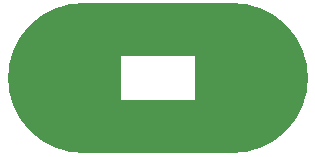
<source format=gbr>
%FSLAX34Y34*%%MOIN*%%ADD10O,1.0X0.5X0.25X0.15*%D10*X0Y0D03*M02*
</source>
